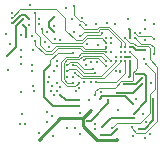
<source format=gbr>
%TF.GenerationSoftware,KiCad,Pcbnew,(5.1.6)-1*%
%TF.CreationDate,2021-06-02T19:48:48-07:00*%
%TF.ProjectId,Miniscope-v4-Wire-Free,4d696e69-7363-46f7-9065-2d76342d5769,rev?*%
%TF.SameCoordinates,Original*%
%TF.FileFunction,Copper,L5,Inr*%
%TF.FilePolarity,Positive*%
%FSLAX46Y46*%
G04 Gerber Fmt 4.6, Leading zero omitted, Abs format (unit mm)*
G04 Created by KiCad (PCBNEW (5.1.6)-1) date 2021-06-02 19:48:48*
%MOMM*%
%LPD*%
G01*
G04 APERTURE LIST*
%TA.AperFunction,ViaPad*%
%ADD10C,0.304800*%
%TD*%
%TA.AperFunction,ViaPad*%
%ADD11C,0.254000*%
%TD*%
%TA.AperFunction,Conductor*%
%ADD12C,0.152400*%
%TD*%
%TA.AperFunction,Conductor*%
%ADD13C,0.101600*%
%TD*%
%TA.AperFunction,Conductor*%
%ADD14C,0.254000*%
%TD*%
G04 APERTURE END LIST*
D10*
%TO.N,GND*%
X92060200Y-69335600D03*
X81571700Y-61131400D03*
X81889200Y-58464400D03*
X83210000Y-61537800D03*
D11*
X81317700Y-60077300D03*
D10*
X81051000Y-68497400D03*
X82625800Y-69275800D03*
X82079700Y-63988900D03*
X83349700Y-68357700D03*
X81127200Y-62274400D03*
X83819600Y-69551500D03*
X81114500Y-65779600D03*
X83946500Y-60170600D03*
X89318700Y-67316300D03*
X88417000Y-59963000D03*
X91615200Y-69707000D03*
D11*
X88782200Y-62398200D03*
X89982200Y-62398200D03*
X88782200Y-62398200D03*
X89982200Y-62398200D03*
X90382200Y-63198200D03*
D10*
X85722400Y-68835600D03*
X85032200Y-68810200D03*
X86131000Y-67544900D03*
X82090200Y-63476200D03*
X86446800Y-64941400D03*
X83556203Y-64504598D03*
X83957611Y-64010396D03*
X85474133Y-59612893D03*
X90282200Y-64535000D03*
X83932200Y-66033600D03*
%TO.N,/SD_DAT2*%
X79844500Y-60890100D03*
%TO.N,/SD_DAT3*%
X80187400Y-61741000D03*
%TO.N,/SD_DAT0*%
X82067000Y-61017100D03*
%TO.N,/SD_CMD*%
X79971500Y-62769700D03*
D11*
X81305000Y-59569300D03*
D10*
%TO.N,/SD_CLK*%
X81130607Y-61000993D03*
D11*
%TO.N,/SD_DAT1*%
X81813000Y-59582000D03*
D10*
X80352500Y-59937600D03*
%TO.N,/USB_VBUS*%
X86933200Y-66502800D03*
%TO.N,/SWCLK*%
X86154200Y-60123400D03*
D11*
X89982200Y-61998200D03*
%TO.N,/SWDIO*%
X89582200Y-61998200D03*
D10*
X86116600Y-61029800D03*
D11*
%TO.N,+1V8*%
X89182200Y-62798200D03*
X86726200Y-61766400D03*
D10*
X82706100Y-60017900D03*
X81114500Y-63447200D03*
X85664425Y-60683005D03*
X81508200Y-68522800D03*
X82143200Y-62210900D03*
D11*
X86054800Y-66490800D03*
X89982200Y-62798200D03*
X90382200Y-61998200D03*
X89182200Y-62798200D03*
D10*
X88021597Y-68785053D03*
X84465600Y-66006475D03*
D11*
X86726200Y-61766400D03*
D10*
X84160800Y-63595200D03*
D11*
X90730600Y-68021100D03*
D10*
X87920000Y-65805000D03*
X91145275Y-68904400D03*
D11*
X92330200Y-66405000D03*
X90383800Y-62798200D03*
D10*
X91676198Y-62223610D03*
X91676174Y-59683600D03*
%TO.N,/SPI1_MOSI*%
X83451300Y-64966800D03*
D11*
X88782200Y-61198200D03*
X88782200Y-61198200D03*
%TO.N,/SPI1_MISO*%
X88382200Y-61198200D03*
X88382200Y-61198200D03*
D10*
X83787717Y-65298375D03*
D11*
%TO.N,/SPI1_SCK*%
X85787754Y-65731537D03*
X85787754Y-65731537D03*
X88782200Y-61598200D03*
X88782200Y-61598200D03*
%TO.N,/SPI1_NSS*%
X86052254Y-65490537D03*
X87640600Y-61791800D03*
X87640600Y-61791800D03*
X86052254Y-65470590D03*
D10*
%TO.N,/SDMMC1_D0*%
X82884880Y-60430360D03*
D11*
X88382200Y-61598200D03*
D10*
%TO.N,/SDMMC1_D1*%
X82675813Y-59581213D03*
X83982160Y-61273640D03*
%TO.N,/SDMMC1_D3*%
X80365202Y-59074000D03*
X84454600Y-61359968D03*
%TO.N,/SDMMC1_CMD*%
X80377900Y-59505800D03*
D11*
X87982200Y-60798200D03*
%TO.N,/SDMMC1_D2*%
X82309000Y-59073300D03*
X88382200Y-61998200D03*
D10*
%TO.N,/SDMMC1_CK*%
X82346400Y-61461600D03*
D11*
X88382200Y-62398200D03*
%TO.N,+3V3*%
X92365000Y-60039200D03*
X83551200Y-61995000D03*
X83946600Y-59416900D03*
X83946600Y-59416900D03*
X81813000Y-60077300D03*
D10*
X83946500Y-60720600D03*
X83311500Y-60720600D03*
D11*
X81813000Y-60077300D03*
D10*
X91424700Y-64644610D03*
X83792000Y-67802000D03*
X81216100Y-67684600D03*
X81114500Y-62833200D03*
X80035000Y-63950800D03*
X82259295Y-65741708D03*
D11*
X83551200Y-61995000D03*
X89901200Y-65144600D03*
X92365000Y-60039200D03*
D10*
X83652687Y-65681699D03*
%TO.N,/LED_PWM*%
X91245317Y-60771100D03*
%TO.N,VDC*%
X87043200Y-67349700D03*
X82625800Y-69830900D03*
X89307600Y-69800400D03*
D11*
%TO.N,/ENT*%
X90380880Y-61198200D03*
D10*
X90290855Y-60437692D03*
%TO.N,/VDD_PIX*%
X85546000Y-64489600D03*
D11*
X85546800Y-62490300D03*
X86046000Y-66989600D03*
D10*
X83627400Y-63519002D03*
%TO.N,Net-(C3-Pad2)*%
X87808100Y-66367500D03*
D11*
X90601400Y-66808300D03*
D10*
%TO.N,Net-(C4-Pad2)*%
X90857000Y-66367500D03*
%TO.N,/VDDA*%
X89129800Y-60025800D03*
%TO.N,Net-(R1-Pad1)*%
X87449600Y-68480000D03*
D11*
%TO.N,Net-(D2-Pad1)*%
X84960400Y-58701000D03*
D10*
X82191800Y-65254200D03*
D11*
X84960400Y-58701000D03*
D10*
%TO.N,/RESET_N*%
X84480000Y-65346075D03*
X86614267Y-63531700D03*
%TO.N,/TRIGGER0*%
X84165513Y-65676275D03*
X87550000Y-63250000D03*
%TO.N,/MONITOR0*%
X83334800Y-67471800D03*
D11*
X87475000Y-60072600D03*
X87475000Y-60072600D03*
D10*
%TO.N,/BAT+*%
X86125873Y-69346527D03*
D11*
%TO.N,Net-(L1-Pad1)*%
X89280600Y-68903800D03*
D10*
X87945402Y-69462600D03*
%TO.N,Net-(L2-Pad1)*%
X90614100Y-69513400D03*
%TO.N,/XIN32*%
X91628400Y-60466300D03*
%TO.N,/XOUT32*%
X90167400Y-59640800D03*
%TO.N,/VDDCORE*%
X91589800Y-62993600D03*
D11*
%TO.N,/nRESET*%
X90382200Y-62398200D03*
D10*
X87437400Y-66084400D03*
%TO.N,Net-(L5-Pad2)*%
X91615200Y-61410790D03*
%TO.N,/CLK1_OUT*%
X84150000Y-63150000D03*
X87058100Y-63224392D03*
D11*
%TO.N,/PCC_DEN2*%
X85546800Y-64992200D03*
X88382200Y-63198200D03*
%TO.N,/PCC_DATA0*%
X88382200Y-63598200D03*
X86471360Y-63041480D03*
%TO.N,/PCC_DEN1*%
X86046000Y-64989600D03*
X88782200Y-63198200D03*
%TO.N,/PCC_DATA1*%
X85046000Y-63489600D03*
X87250000Y-63836500D03*
%TO.N,/PCC_DATA3*%
X85045999Y-63988900D03*
X89182200Y-63198200D03*
%TO.N,/PCC_DATA2*%
X85546800Y-63493600D03*
X87423389Y-64153977D03*
%TO.N,/PCC_DATA5*%
X89153600Y-64042800D03*
X89153600Y-64042800D03*
X89582200Y-62798200D03*
X89582200Y-62798200D03*
%TO.N,/PCC_DATA4*%
X85724600Y-64141300D03*
X89582200Y-63198200D03*
%TO.N,/ADC0*%
X89982200Y-61198200D03*
D10*
X90536200Y-68776800D03*
%TO.N,/PCC_DATA7*%
X84175200Y-65002360D03*
D11*
X89982200Y-63198200D03*
X87462800Y-64921080D03*
%TO.N,/PCC_DATA6*%
X85048960Y-64494360D03*
X85048960Y-64494360D03*
X87056400Y-64916000D03*
X87056400Y-64916000D03*
%TO.N,/I2C_BB_SDA*%
X90782200Y-61198200D03*
X92381000Y-62595000D03*
%TO.N,/I2C_BB_SCL*%
X90782200Y-60798200D03*
X92402600Y-61317200D03*
D10*
%TO.N,/I_LED*%
X92123196Y-65025600D03*
D11*
%TO.N,/UART_RX*%
X89547946Y-64013589D03*
X89557454Y-64106237D03*
D10*
X91704600Y-68319600D03*
D11*
%TO.N,/UART_TX*%
X89582200Y-62398200D03*
X89582200Y-62398200D03*
D10*
X91441871Y-67629458D03*
%TO.N,/SD_DET*%
X86281200Y-59488402D03*
D11*
%TO.N,/PUSH_BUT_MCU*%
X89280600Y-65863790D03*
X91424700Y-65093500D03*
%TO.N,Net-(R17-Pad1)*%
X88491000Y-66473400D03*
X86738400Y-68213300D03*
%TO.N,/3V3_EN*%
X90730600Y-67621100D03*
X90917200Y-64255600D03*
%TO.N,Net-(Q2-Pad1)*%
X85620800Y-58472400D03*
X86630160Y-60112368D03*
D10*
%TO.N,/nCHRG*%
X87398800Y-68962600D03*
D11*
X91692116Y-63424684D03*
D10*
X88872000Y-68810200D03*
%TD*%
D12*
%TO.N,GND*%
X81571700Y-60331300D02*
X81571700Y-61131400D01*
X81317700Y-60077300D02*
X81571700Y-60331300D01*
X90382200Y-64435000D02*
X90282200Y-64535000D01*
X90382200Y-63198200D02*
X90382200Y-64435000D01*
%TO.N,/SD_CMD*%
X79971500Y-62755300D02*
X79971500Y-62769700D01*
X80708100Y-62018700D02*
X79971500Y-62755300D01*
X81305000Y-59569300D02*
X80708100Y-60166200D01*
X80708100Y-60166200D02*
X80708100Y-62018700D01*
%TO.N,/SD_DAT1*%
X81495499Y-59264499D02*
X81158695Y-59264499D01*
X80485594Y-59937600D02*
X80352500Y-59937600D01*
X81813000Y-59582000D02*
X81495499Y-59264499D01*
X81158695Y-59264499D02*
X80485594Y-59937600D01*
D13*
%TO.N,/SWCLK*%
X86451000Y-60420200D02*
X86154200Y-60123400D01*
X89982200Y-61644200D02*
X88605800Y-60267800D01*
X88605800Y-60267800D02*
X87767600Y-60267800D01*
X89982200Y-61998200D02*
X89982200Y-61644200D01*
X87615200Y-60420200D02*
X86451000Y-60420200D01*
X87767600Y-60267800D02*
X87615200Y-60420200D01*
%TO.N,/SWDIO*%
X86142000Y-61029800D02*
X86116600Y-61029800D01*
X86472200Y-60699600D02*
X86142000Y-61029800D01*
X89582200Y-61554143D02*
X88524457Y-60496400D01*
X88524457Y-60496400D02*
X87843800Y-60496400D01*
X87640600Y-60699600D02*
X86472200Y-60699600D01*
X89582200Y-61998200D02*
X89582200Y-61554143D01*
X87843800Y-60496400D02*
X87640600Y-60699600D01*
D12*
%TO.N,+1V8*%
X84949925Y-66490800D02*
X84465600Y-66006475D01*
X86054800Y-66490800D02*
X84949925Y-66490800D01*
X88785550Y-68021100D02*
X88021597Y-68785053D01*
X90730600Y-68021100D02*
X88785550Y-68021100D01*
X91608498Y-68904400D02*
X91145275Y-68904400D01*
X92330200Y-68182698D02*
X91608498Y-68904400D01*
X92330200Y-66405000D02*
X92330200Y-68182698D01*
X90383800Y-62798200D02*
X89982200Y-62798200D01*
X90618102Y-61998200D02*
X90843512Y-62223610D01*
X90382200Y-61998200D02*
X90618102Y-61998200D01*
X90843512Y-62223610D02*
X91676198Y-62223610D01*
D13*
%TO.N,/SDMMC1_D0*%
X88382200Y-61598200D02*
X88377578Y-61593578D01*
X82884880Y-60757646D02*
X82884880Y-60430360D01*
X88042400Y-61258400D02*
X86751600Y-61258400D01*
X88382200Y-61598200D02*
X88042400Y-61258400D01*
X86345222Y-61664778D02*
X83792012Y-61664778D01*
X86751600Y-61258400D02*
X86345222Y-61664778D01*
X83792012Y-61664778D02*
X82884880Y-60757646D01*
%TO.N,/SDMMC1_CMD*%
X87801400Y-60979000D02*
X87982200Y-60798200D01*
X86700800Y-60979000D02*
X87801400Y-60979000D01*
X85761000Y-61385400D02*
X86294400Y-61385400D01*
X81089801Y-58793899D02*
X84134699Y-58793899D01*
X84134699Y-58793899D02*
X84897400Y-59556600D01*
X80377900Y-59505800D02*
X81089801Y-58793899D01*
X84897400Y-59556600D02*
X84897400Y-60521800D01*
X86294400Y-61385400D02*
X86700800Y-60979000D01*
X84897400Y-60521800D02*
X85761000Y-61385400D01*
%TO.N,/SDMMC1_D2*%
X88273661Y-62106739D02*
X88382200Y-61998200D01*
X86545839Y-62106739D02*
X88273661Y-62106739D01*
X86307089Y-61867989D02*
X86545839Y-62106739D01*
X84135411Y-61867989D02*
X86307089Y-61867989D01*
X82309000Y-60702840D02*
X82778200Y-61172040D01*
X82309000Y-59073300D02*
X82309000Y-60702840D01*
X82778200Y-61172040D02*
X82778200Y-61806200D01*
X83678200Y-62325200D02*
X84135411Y-61867989D01*
X82778200Y-61806200D02*
X83297200Y-62325200D01*
X83297200Y-62325200D02*
X83678200Y-62325200D01*
%TO.N,/SDMMC1_CK*%
X88269582Y-62398200D02*
X88382200Y-62398200D01*
X88181332Y-62309950D02*
X88269582Y-62398200D01*
X86167400Y-62071200D02*
X86406150Y-62309950D01*
X82346400Y-61780800D02*
X83144800Y-62579200D01*
X82346400Y-61461600D02*
X82346400Y-61780800D01*
X83144800Y-62579200D02*
X83779800Y-62579200D01*
X83779800Y-62579200D02*
X84287800Y-62071200D01*
X86406150Y-62309950D02*
X88181332Y-62309950D01*
X84287800Y-62071200D02*
X86167400Y-62071200D01*
D12*
%TO.N,+3V3*%
X83525800Y-59837700D02*
X83946600Y-59416900D01*
X83946500Y-60720600D02*
X83525800Y-60299900D01*
X83525800Y-60299900D02*
X83525800Y-59837700D01*
X91366390Y-64644610D02*
X91424700Y-64644610D01*
X89901200Y-65144600D02*
X90866400Y-65144600D01*
X90866400Y-65144600D02*
X91366390Y-64644610D01*
D14*
%TO.N,VDC*%
X86382799Y-68010101D02*
X86382799Y-68688281D01*
X86382799Y-68688281D02*
X87546119Y-69851601D01*
X87546119Y-69851601D02*
X89256399Y-69851601D01*
X89256399Y-69851601D02*
X89307600Y-69800400D01*
X87043200Y-67349700D02*
X86382799Y-68010101D01*
X84446599Y-68010101D02*
X86382799Y-68010101D01*
X82625800Y-69830900D02*
X84446599Y-68010101D01*
D12*
%TO.N,/ENT*%
X90380880Y-61198200D02*
X90380880Y-60527717D01*
X90380880Y-60527717D02*
X90290855Y-60437692D01*
%TO.N,/VDD_PIX*%
X83872200Y-66989600D02*
X83121099Y-66238499D01*
X83121099Y-66238499D02*
X83121099Y-64025303D01*
X83121099Y-64025303D02*
X83627400Y-63519002D01*
X86046000Y-66989600D02*
X83872200Y-66989600D01*
D13*
X85546800Y-62490300D02*
X84249700Y-62490300D01*
X83627400Y-63112600D02*
X83627400Y-63519002D01*
X84249700Y-62490300D02*
X83627400Y-63112600D01*
D12*
%TO.N,Net-(C3-Pad2)*%
X90601400Y-66808300D02*
X90601400Y-66782900D01*
X89987100Y-66168600D02*
X88007000Y-66168600D01*
X90601400Y-66782900D02*
X89987100Y-66168600D01*
X88007000Y-66168600D02*
X87808100Y-66367500D01*
%TO.N,Net-(L1-Pad1)*%
X88721800Y-69462600D02*
X87945402Y-69462600D01*
X89280600Y-68903800D02*
X88721800Y-69462600D01*
D13*
%TO.N,/nRESET*%
X90536200Y-64839800D02*
X89647200Y-64839800D01*
X90637800Y-64738200D02*
X90536200Y-64839800D01*
X90637800Y-64121486D02*
X90637800Y-64738200D01*
X91005600Y-63021600D02*
X91005600Y-63760800D01*
X90787787Y-63971499D02*
X90637800Y-64121486D01*
X91005600Y-63760800D02*
X90794901Y-63971499D01*
X90382200Y-62398200D02*
X91005600Y-63021600D01*
X90794901Y-63971499D02*
X90787787Y-63971499D01*
X89647200Y-64839800D02*
X89067700Y-65419300D01*
X89067700Y-65419300D02*
X87746900Y-65419300D01*
X87437400Y-65728800D02*
X87437400Y-66084400D01*
X87746900Y-65419300D02*
X87437400Y-65728800D01*
%TO.N,/PCC_DEN2*%
X85049800Y-64992200D02*
X85546800Y-64992200D01*
X84745000Y-64687400D02*
X85049800Y-64992200D01*
X84745000Y-63341200D02*
X84745000Y-64687400D01*
X87900371Y-62716371D02*
X86385829Y-62716371D01*
X86385829Y-62716371D02*
X86091211Y-63010989D01*
X88382200Y-63198200D02*
X87900371Y-62716371D01*
X85075211Y-63010989D02*
X84745000Y-63341200D01*
X86091211Y-63010989D02*
X85075211Y-63010989D01*
%TO.N,/PCC_DATA0*%
X86593258Y-62919582D02*
X86471360Y-63041480D01*
X88382200Y-63598200D02*
X87703582Y-62919582D01*
X87703582Y-62919582D02*
X86593258Y-62919582D01*
%TO.N,/PCC_DEN1*%
X85710200Y-65322400D02*
X86043000Y-64989600D01*
X84530800Y-64778420D02*
X85074780Y-65322400D01*
X86043000Y-64989600D02*
X86046000Y-64989600D01*
X85074780Y-65322400D02*
X85710200Y-65322400D01*
X84530800Y-63225200D02*
X84530800Y-64778420D01*
X88097160Y-62513160D02*
X86258840Y-62513160D01*
X86258840Y-62513160D02*
X85964222Y-62807778D01*
X88782200Y-63198200D02*
X88097160Y-62513160D01*
X85964222Y-62807778D02*
X84948222Y-62807778D01*
X84948222Y-62807778D02*
X84530800Y-63225200D01*
%TO.N,/PCC_DATA1*%
X86486500Y-63836500D02*
X87250000Y-63836500D01*
X85321401Y-63214199D02*
X85864199Y-63214199D01*
X85864199Y-63214199D02*
X86486500Y-63836500D01*
X85046000Y-63489600D02*
X85321401Y-63214199D01*
%TO.N,/PCC_DATA3*%
X85211099Y-63823800D02*
X85823800Y-63823800D01*
X85823800Y-63823800D02*
X86433387Y-64433387D01*
X85045999Y-63988900D02*
X85211099Y-63823800D01*
X86433387Y-64433387D02*
X87947013Y-64433387D01*
X87947013Y-64433387D02*
X89182200Y-63198200D01*
%TO.N,/PCC_DATA2*%
X85793600Y-63493600D02*
X86453977Y-64153977D01*
X86453977Y-64153977D02*
X87423389Y-64153977D01*
X85546800Y-63493600D02*
X85793600Y-63493600D01*
%TO.N,/PCC_DATA4*%
X86219898Y-64636598D02*
X88143802Y-64636598D01*
X85724600Y-64141300D02*
X86219898Y-64636598D01*
X88143802Y-64636598D02*
X89582200Y-63198200D01*
%TO.N,/ADC0*%
X90536200Y-68878400D02*
X90536200Y-68776800D01*
X91653800Y-69259400D02*
X90917200Y-69259400D01*
X92034800Y-62987494D02*
X92682000Y-63634694D01*
X90398000Y-61614000D02*
X90661306Y-61614000D01*
X92682000Y-68231200D02*
X91653800Y-69259400D01*
X91925228Y-61918810D02*
X92034800Y-62028382D01*
X90917200Y-69259400D02*
X90536200Y-68878400D01*
X92682000Y-63634694D02*
X92682000Y-68231200D01*
X90966116Y-61918810D02*
X91925228Y-61918810D01*
X89982200Y-61198200D02*
X90398000Y-61614000D01*
X90661306Y-61614000D02*
X90966116Y-61918810D01*
X92034800Y-62028382D02*
X92034800Y-62987494D01*
%TO.N,/PCC_DATA7*%
X89210320Y-64921080D02*
X87462800Y-64921080D01*
X89982200Y-63198200D02*
X89982200Y-64149200D01*
X89982200Y-64149200D02*
X89210320Y-64921080D01*
%TO.N,/I2C_BB_SDA*%
X90857000Y-61198200D02*
X90782200Y-61198200D01*
X92381000Y-62011000D02*
X92085600Y-61715600D01*
X91299600Y-61715600D02*
X90782200Y-61198200D01*
X92085600Y-61715600D02*
X91299600Y-61715600D01*
X92381000Y-62595000D02*
X92381000Y-62011000D01*
%TO.N,/I2C_BB_SCL*%
X92161301Y-61075901D02*
X91059901Y-61075901D01*
X92402600Y-61317200D02*
X92161301Y-61075901D01*
X91059901Y-61075901D02*
X90782200Y-60798200D01*
D12*
%TO.N,/PUSH_BUT_MCU*%
X90654410Y-65863790D02*
X91424700Y-65093500D01*
X89280600Y-65863790D02*
X90654410Y-65863790D01*
%TO.N,Net-(R17-Pad1)*%
X86743100Y-68218000D02*
X86738400Y-68213300D01*
X88491000Y-66473400D02*
X88491000Y-66758000D01*
X87031000Y-68218000D02*
X86743100Y-68218000D01*
X88491000Y-66758000D02*
X87031000Y-68218000D01*
%TO.N,/3V3_EN*%
X91572698Y-64255600D02*
X90917200Y-64255600D01*
X91767599Y-64450501D02*
X91572698Y-64255600D01*
X90730600Y-67621100D02*
X91767599Y-66584101D01*
X91767599Y-66584101D02*
X91767599Y-64450501D01*
D13*
%TO.N,Net-(Q2-Pad1)*%
X85620800Y-58472400D02*
X85620800Y-59279108D01*
X86160291Y-59818599D02*
X86336391Y-59818599D01*
X86336391Y-59818599D02*
X86630160Y-60112368D01*
X85620800Y-59279108D02*
X86160291Y-59818599D01*
%TO.N,/nCHRG*%
X89301328Y-68380872D02*
X88872000Y-68810200D01*
X91192222Y-68380872D02*
X89301328Y-68380872D01*
X92466600Y-64199168D02*
X92466600Y-65500200D01*
X92034800Y-67538294D02*
X91192222Y-68380872D01*
X91692116Y-63424684D02*
X92466600Y-64199168D01*
X92466600Y-65500200D02*
X92034800Y-65932000D01*
X92034800Y-65932000D02*
X92034800Y-67538294D01*
%TD*%
M02*

</source>
